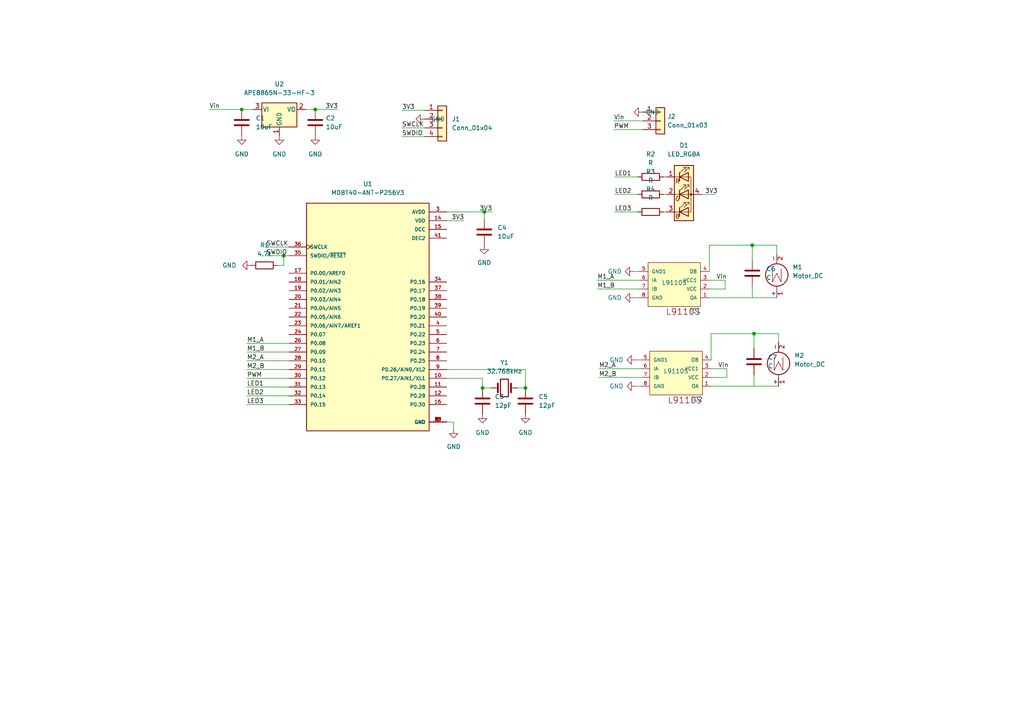
<source format=kicad_sch>
(kicad_sch (version 20211123) (generator eeschema)
  (paper "A4")
  (lib_symbols
    (symbol "Connector_Generic:Conn_01x03" (pin_names (offset 1.016) hide)
      (property "Reference" "J" (at 0 5.08 0))
      (property "Value" "Conn_01x03" (at 0 -5.08 0))
      (symbol "Conn_01x03_1_1"
        (rectangle (start -1.27 -2.413) (end 0 -2.667) (stroke (width 0.1524)))
        (rectangle (start -1.27 0.127) (end 0 -0.127) (stroke (width 0.1524)))
        (rectangle (start -1.27 2.667) (end 0 2.413) (stroke (width 0.1524)))
        (rectangle (start -1.27 3.81) (end 1.27 -3.81) (stroke (width 0.254)) (fill (type background)))
        (pin passive line (at -5.08 2.54 0) (length 3.81) (name "Pin_1") (number "1"))
        (pin passive line (at -5.08 0 0) (length 3.81) (name "Pin_2") (number "2"))
        (pin passive line (at -5.08 -2.54 0) (length 3.81) (name "Pin_3") (number "3"))
      )
    )
    (symbol "Connector_Generic:Conn_01x04" (pin_names (offset 1.016) hide)
      (property "Reference" "J" (at 0 5.08 0))
      (property "Value" "Conn_01x04" (at 0 -7.62 0))
      (symbol "Conn_01x04_1_1"
        (rectangle (start -1.27 -4.953) (end 0 -5.207) (stroke (width 0.1524)))
        (rectangle (start -1.27 -2.413) (end 0 -2.667) (stroke (width 0.1524)))
        (rectangle (start -1.27 0.127) (end 0 -0.127) (stroke (width 0.1524)))
        (rectangle (start -1.27 2.667) (end 0 2.413) (stroke (width 0.1524)))
        (rectangle (start -1.27 3.81) (end 1.27 -6.35) (stroke (width 0.254)) (fill (type background)))
        (pin passive line (at -5.08 2.54 0) (length 3.81) (name "Pin_1") (number "1"))
        (pin passive line (at -5.08 0 0) (length 3.81) (name "Pin_2") (number "2"))
        (pin passive line (at -5.08 -2.54 0) (length 3.81) (name "Pin_3") (number "3"))
        (pin passive line (at -5.08 -5.08 0) (length 3.81) (name "Pin_4") (number "4"))
      )
    )
    (symbol "Device:C" (pin_numbers hide) (pin_names (offset 0.254))
      (property "Reference" "C" (at 0.635 2.54 0))
      (property "Value" "C" (at 0.635 -2.54 0))
      (symbol "C_0_1"
        (polyline (pts (xy -2.032 -0.762) (xy 2.032 -0.762)) (stroke (width 0.508)))
        (polyline (pts (xy -2.032 0.762) (xy 2.032 0.762)) (stroke (width 0.508)))
      )
      (symbol "C_1_1"
        (pin passive line (at 0 3.81 270) (length 2.794) (name "~") (number "1"))
        (pin passive line (at 0 -3.81 90) (length 2.794) (name "~") (number "2"))
      )
    )
    (symbol "Device:Crystal" (pin_numbers hide) (pin_names (offset 1.016) hide)
      (property "Reference" "Y" (at 0 3.81 0))
      (property "Value" "Crystal" (at 0 -3.81 0))
      (symbol "Crystal_0_1"
        (rectangle (start -1.143 2.54) (end 1.143 -2.54) (stroke (width 0.3048)))
        (polyline (pts (xy -2.54 0) (xy -1.905 0)))
        (polyline (pts (xy -1.905 -1.27) (xy -1.905 1.27)) (stroke (width 0.508)))
        (polyline (pts (xy 1.905 -1.27) (xy 1.905 1.27)) (stroke (width 0.508)))
        (polyline (pts (xy 2.54 0) (xy 1.905 0)))
      )
      (symbol "Crystal_1_1"
        (pin passive line (at -3.81 0 0) (length 1.27) (name "1") (number "1"))
        (pin passive line (at 3.81 0 180) (length 1.27) (name "2") (number "2"))
      )
    )
    (symbol "Device:LED_RGBA" (pin_names (offset 0) hide)
      (property "Reference" "D" (at 0 9.398 0))
      (property "Value" "LED_RGBA" (at 0 -8.89 0))
      (symbol "LED_RGBA_0_0"
        (text "B" (at -1.905 -6.35 0) (effects (font (size 1.27 1.27))))
        (text "G" (at -1.905 -1.27 0) (effects (font (size 1.27 1.27))))
        (text "R" (at -1.905 3.81 0) (effects (font (size 1.27 1.27))))
      )
      (symbol "LED_RGBA_0_1"
        (polyline (pts (xy -1.27 -5.08) (xy -2.54 -5.08)))
        (polyline (pts (xy -1.27 -5.08) (xy 1.27 -5.08)))
        (polyline (pts (xy -1.27 -3.81) (xy -1.27 -6.35)) (stroke (width 0.254)))
        (polyline (pts (xy -1.27 0) (xy -2.54 0)))
        (polyline (pts (xy -1.27 1.27) (xy -1.27 -1.27)) (stroke (width 0.254)))
        (polyline (pts (xy -1.27 5.08) (xy -2.54 5.08)))
        (polyline (pts (xy -1.27 5.08) (xy 1.27 5.08)))
        (polyline (pts (xy -1.27 6.35) (xy -1.27 3.81)) (stroke (width 0.254)))
        (polyline (pts (xy 1.27 0) (xy -1.27 0)))
        (polyline (pts (xy 1.27 0) (xy 2.54 0)))
        (polyline (pts (xy -1.27 1.27) (xy -1.27 -1.27) (xy -1.27 -1.27)))
        (polyline (pts (xy -1.27 6.35) (xy -1.27 3.81) (xy -1.27 3.81)))
        (polyline (pts (xy 1.27 -5.08) (xy 2.032 -5.08) (xy 2.032 5.08) (xy 1.27 5.08)))
        (polyline (pts (xy 1.27 -3.81) (xy 1.27 -6.35) (xy -1.27 -5.08) (xy 1.27 -3.81)) (stroke (width 0.254)))
        (polyline (pts (xy 1.27 1.27) (xy 1.27 -1.27) (xy -1.27 0) (xy 1.27 1.27)) (stroke (width 0.254)))
        (polyline (pts (xy 1.27 6.35) (xy 1.27 3.81) (xy -1.27 5.08) (xy 1.27 6.35)) (stroke (width 0.254)))
        (polyline (pts (xy -1.016 -3.81) (xy 0.508 -2.286) (xy -0.254 -2.286) (xy 0.508 -2.286) (xy 0.508 -3.048)))
        (polyline (pts (xy -1.016 1.27) (xy 0.508 2.794) (xy -0.254 2.794) (xy 0.508 2.794) (xy 0.508 2.032)))
        (polyline (pts (xy -1.016 6.35) (xy 0.508 7.874) (xy -0.254 7.874) (xy 0.508 7.874) (xy 0.508 7.112)))
        (polyline (pts (xy 0 -3.81) (xy 1.524 -2.286) (xy 0.762 -2.286) (xy 1.524 -2.286) (xy 1.524 -3.048)))
        (polyline (pts (xy 0 1.27) (xy 1.524 2.794) (xy 0.762 2.794) (xy 1.524 2.794) (xy 1.524 2.032)))
        (polyline (pts (xy 0 6.35) (xy 1.524 7.874) (xy 0.762 7.874) (xy 1.524 7.874) (xy 1.524 7.112)))
        (rectangle (start 1.27 -1.27) (end 1.27 1.27))
        (rectangle (start 1.27 1.27) (end 1.27 1.27))
        (rectangle (start 1.27 3.81) (end 1.27 6.35))
        (rectangle (start 1.27 6.35) (end 1.27 6.35))
        (circle (center 2.032 0) (radius 0.254) (fill (type outline)))
        (rectangle (start 2.794 8.382) (end -2.794 -7.62) (stroke (width 0.254)) (fill (type background)))
      )
      (symbol "LED_RGBA_1_1"
        (pin passive line (at -5.08 5.08 0) (length 2.54) (name "RK") (number "1"))
        (pin passive line (at -5.08 0 0) (length 2.54) (name "GK") (number "2"))
        (pin passive line (at -5.08 -5.08 0) (length 2.54) (name "BK") (number "3"))
        (pin passive line (at 5.08 0 180) (length 2.54) (name "A") (number "4"))
      )
    )
    (symbol "Device:R" (pin_numbers hide) (pin_names (offset 0))
      (property "Reference" "R" (at 2.032 0 90))
      (property "Value" "R" (at 0 0 90))
      (symbol "R_0_1"
        (rectangle (start -1.016 -2.54) (end 1.016 2.54) (stroke (width 0.254)))
      )
      (symbol "R_1_1"
        (pin passive line (at 0 3.81 270) (length 1.27) (name "~") (number "1"))
        (pin passive line (at 0 -3.81 90) (length 1.27) (name "~") (number "2"))
      )
    )
    (symbol "L9110:L9110S" (pin_names (offset 1.016))
      (property "Reference" "IC" (at 0 0 0))
      (property "Value" "L9110S" (at 0 0 0))
      (symbol "L9110S_0_0"
        (rectangle (start -7.62 -5.08) (end 7.62 7.62) (stroke (width 0.1524)) (fill (type background)))
        (text "L9110S" (at -7.62 10.16 0) (effects (font (size 1.778 1.778)) (justify left bottom)))
        (pin output line (at -10.16 5.08 0) (length 2.54) (name "OA") (number "1"))
        (pin power_in line (at -10.16 2.54 0) (length 2.54) (name "VCC") (number "2"))
        (pin power_in line (at -10.16 0 0) (length 2.54) (name "VCC1") (number "3"))
        (pin output line (at -10.16 -2.54 0) (length 2.54) (name "OB") (number "4"))
        (pin power_in line (at 10.16 -2.54 180) (length 2.54) (name "GND1") (number "5"))
        (pin input line (at 10.16 0 180) (length 2.54) (name "IA") (number "6"))
        (pin input line (at 10.16 2.54 180) (length 2.54) (name "IB") (number "7"))
        (pin power_in line (at 10.16 5.08 180) (length 2.54) (name "GND") (number "8"))
      )
    )
    (symbol "MDBT:MDBT40-ANT-P256V3" (pin_names (offset 1.016))
      (property "Reference" "U" (at -17.78 33.8497 0))
      (property "Value" "MDBT40-ANT-P256V3" (at -17.78 -35.6235 0))
      (symbol "MDBT40-ANT-P256V3_0_0"
        (rectangle (start -17.78 -33.02) (end 17.78 33.02) (stroke (width 0.254)) (fill (type background)))
        (pin power_in line (at 22.86 -30.48 180) (length 5.08) (name "GND") (number "1"))
        (pin bidirectional line (at 22.86 -17.78 180) (length 5.08) (name "P0.27/AIN1/XL1") (number "10"))
        (pin bidirectional line (at 22.86 -20.32 180) (length 5.08) (name "P0.28") (number "11"))
        (pin bidirectional line (at 22.86 -22.86 180) (length 5.08) (name "P0.29") (number "12"))
        (pin power_in line (at 22.86 -30.48 180) (length 5.08) (name "GND") (number "13"))
        (pin power_in line (at 22.86 27.94 180) (length 5.08) (name "VDD") (number "14"))
        (pin power_in line (at 22.86 25.4 180) (length 5.08) (name "DCC") (number "15"))
        (pin bidirectional line (at 22.86 -25.4 180) (length 5.08) (name "P0.30") (number "16"))
        (pin bidirectional line (at -22.86 12.7 0) (length 5.08) (name "P0.00/AREF0") (number "17"))
        (pin bidirectional line (at -22.86 10.16 0) (length 5.08) (name "P0.01/AIN2") (number "18"))
        (pin bidirectional line (at -22.86 7.62 0) (length 5.08) (name "P0.02/AIN3") (number "19"))
        (pin power_in line (at 22.86 -30.48 180) (length 5.08) (name "GND") (number "2"))
        (pin bidirectional line (at -22.86 5.08 0) (length 5.08) (name "P0.03/AIN4") (number "20"))
        (pin bidirectional line (at -22.86 2.54 0) (length 5.08) (name "P0.04/AIN5") (number "21"))
        (pin bidirectional line (at -22.86 0 0) (length 5.08) (name "P0.05/AIN6") (number "22"))
        (pin bidirectional line (at -22.86 -2.54 0) (length 5.08) (name "P0.06/AIN7/AREF1") (number "23"))
        (pin bidirectional line (at -22.86 -5.08 0) (length 5.08) (name "P0.07") (number "24"))
        (pin power_in line (at 22.86 -30.48 180) (length 5.08) (name "GND") (number "25"))
        (pin bidirectional line (at -22.86 -7.62 0) (length 5.08) (name "P0.08") (number "26"))
        (pin bidirectional line (at -22.86 -10.16 0) (length 5.08) (name "P0.09") (number "27"))
        (pin bidirectional line (at -22.86 -12.7 0) (length 5.08) (name "P0.10") (number "28"))
        (pin bidirectional line (at -22.86 -15.24 0) (length 5.08) (name "P0.11") (number "29"))
        (pin power_in line (at 22.86 30.48 180) (length 5.08) (name "AVDD") (number "3"))
        (pin bidirectional line (at -22.86 -17.78 0) (length 5.08) (name "P0.12") (number "30"))
        (pin bidirectional line (at -22.86 -20.32 0) (length 5.08) (name "P0.13") (number "31"))
        (pin bidirectional line (at -22.86 -22.86 0) (length 5.08) (name "P0.14") (number "32"))
        (pin bidirectional line (at -22.86 -25.4 0) (length 5.08) (name "P0.15") (number "33"))
        (pin bidirectional line (at 22.86 10.16 180) (length 5.08) (name "P0.16") (number "34"))
        (pin bidirectional line (at -22.86 17.78 0) (length 5.08) (name "SWDIO/~{RESET}") (number "35"))
        (pin input clock (at -22.86 20.32 0) (length 5.08) (name "SWCLK") (number "36"))
        (pin bidirectional line (at 22.86 7.62 180) (length 5.08) (name "P0.17") (number "37"))
        (pin bidirectional line (at 22.86 5.08 180) (length 5.08) (name "P0.18") (number "38"))
        (pin bidirectional line (at 22.86 2.54 180) (length 5.08) (name "P0.19") (number "39"))
        (pin bidirectional line (at 22.86 -2.54 180) (length 5.08) (name "P0.21") (number "4"))
        (pin bidirectional line (at 22.86 0 180) (length 5.08) (name "P0.20") (number "40"))
        (pin power_in line (at 22.86 22.86 180) (length 5.08) (name "DEC2") (number "41"))
        (pin power_in line (at 22.86 -30.48 180) (length 5.08) (name "GND") (number "42"))
        (pin bidirectional line (at 22.86 -5.08 180) (length 5.08) (name "P0.22") (number "5"))
        (pin bidirectional line (at 22.86 -7.62 180) (length 5.08) (name "P0.23") (number "6"))
        (pin bidirectional line (at 22.86 -10.16 180) (length 5.08) (name "P0.24") (number "7"))
        (pin bidirectional line (at 22.86 -12.7 180) (length 5.08) (name "P0.25") (number "8"))
        (pin bidirectional line (at 22.86 -15.24 180) (length 5.08) (name "P0.26/AIN0/XL2") (number "9"))
      )
    )
    (symbol "Motor:Motor_DC" (pin_names (offset 0))
      (property "Reference" "M" (at 2.54 2.54 0))
      (property "Value" "Motor_DC" (at 2.54 -5.08 0))
      (symbol "Motor_DC_0_0"
        (polyline (pts (xy -1.27 -3.302) (xy -1.27 0.508) (xy 0 -2.032) (xy 1.27 0.508) (xy 1.27 -3.302)))
      )
      (symbol "Motor_DC_0_1"
        (circle (center 0 -1.524) (radius 3.2512) (stroke (width 0.254)))
        (polyline (pts (xy 0 -7.62) (xy 0 -7.112)))
        (polyline (pts (xy 0 -4.7752) (xy 0 -5.1816)))
        (polyline (pts (xy 0 1.7272) (xy 0 2.0828)))
        (polyline (pts (xy 0 2.032) (xy 0 2.54)))
      )
      (symbol "Motor_DC_1_1"
        (pin passive line (at 0 5.08 270) (length 2.54) (name "+") (number "1"))
        (pin passive line (at 0 -7.62 90) (length 2.54) (name "-") (number "2"))
      )
    )
    (symbol "Regulator_Linear:APE8865N-33-HF-3" (pin_names (offset 0.254))
      (property "Reference" "U" (at -3.81 3.175 0))
      (property "Value" "APE8865N-33-HF-3" (at 0 3.175 0))
      (symbol "APE8865N-33-HF-3_0_1"
        (rectangle (start -5.08 1.905) (end 5.08 -5.08) (stroke (width 0.254)) (fill (type background)))
      )
      (symbol "APE8865N-33-HF-3_1_1"
        (pin power_in line (at 0 -7.62 90) (length 2.54) (name "GND") (number "1"))
        (pin power_out line (at 7.62 0 180) (length 2.54) (name "VO") (number "2"))
        (pin power_in line (at -7.62 0 0) (length 2.54) (name "VI") (number "3"))
      )
    )
    (symbol "power:GND" (power) (pin_names (offset 0))
      (property "Value" "GND" (at 0 -3.81 0))
      (symbol "GND_0_1"
        (polyline (pts (xy 0 0) (xy 0 -1.27) (xy 1.27 -1.27) (xy 0 -2.54) (xy -1.27 -1.27) (xy 0 -1.27)))
      )
      (symbol "GND_1_1"
        (pin power_in line (at 0 0 270) (length 0) hide (name "GND") (number "1"))
      )
    )
  )
  (junction (at 70.104 31.75))
  (junction (at 152.4 112.522))
  (junction (at 218.694 96.774))
  (junction (at 140.462 61.468))
  (junction (at 82.296 74.168))
  (junction (at 218.186 71.12))
  (junction (at 139.954 112.522))
  (junction (at 91.44 31.75))
  (wire (pts (xy 206.248 106.934) (xy 210.82 106.934)))
  (wire (pts (xy 178.054 35.052) (xy 186.436 35.052)))
  (wire (pts (xy 123.19 39.624) (xy 116.586 39.624)))
  (wire (pts (xy 205.74 83.82) (xy 210.312 83.82)))
  (wire (pts (xy 129.54 107.188) (xy 152.4 107.188)))
  (wire (pts (xy 139.954 112.522) (xy 142.494 112.522)))
  (wire (pts (xy 192.532 56.388) (xy 193.294 56.388)))
  (wire (pts (xy 129.54 61.468) (xy 140.462 61.468)))
  (wire (pts (xy 91.44 31.75) (xy 98.044 31.75)))
  (wire (pts (xy 173.736 109.474) (xy 185.928 109.474)))
  (wire (pts (xy 139.954 109.728) (xy 139.954 112.522)))
  (wire (pts (xy 173.736 106.934) (xy 185.928 106.934)))
  (wire (pts (xy 88.646 31.75) (xy 91.44 31.75)))
  (wire (pts (xy 140.462 63.5) (xy 140.462 61.468)))
  (wire (pts (xy 206.248 104.394) (xy 206.248 96.774)))
  (wire (pts (xy 218.694 96.774) (xy 218.694 101.092)))
  (wire (pts (xy 173.228 83.82) (xy 185.42 83.82)))
  (wire (pts (xy 178.308 61.468) (xy 184.912 61.468)))
  (wire (pts (xy 131.572 122.428) (xy 129.54 122.428)))
  (wire (pts (xy 131.572 124.46) (xy 131.572 122.428)))
  (wire (pts (xy 83.82 71.628) (xy 77.216 71.628)))
  (wire (pts (xy 150.114 112.522) (xy 152.4 112.522)))
  (wire (pts (xy 218.186 71.12) (xy 225.298 71.12)))
  (wire (pts (xy 205.74 81.28) (xy 210.312 81.28)))
  (wire (pts (xy 129.54 64.008) (xy 134.62 64.008)))
  (wire (pts (xy 60.706 31.75) (xy 70.104 31.75)))
  (wire (pts (xy 123.19 37.084) (xy 116.586 37.084)))
  (wire (pts (xy 184.404 104.394) (xy 185.928 104.394)))
  (wire (pts (xy 71.628 99.568) (xy 83.82 99.568)))
  (wire (pts (xy 71.628 112.268) (xy 83.82 112.268)))
  (wire (pts (xy 183.896 78.74) (xy 185.42 78.74)))
  (wire (pts (xy 203.454 56.388) (xy 207.518 56.388)))
  (wire (pts (xy 83.82 74.168) (xy 82.296 74.168)))
  (wire (pts (xy 123.19 32.004) (xy 116.586 32.004)))
  (wire (pts (xy 192.532 51.308) (xy 193.294 51.308)))
  (wire (pts (xy 71.628 109.728) (xy 83.82 109.728)))
  (wire (pts (xy 178.308 51.308) (xy 184.912 51.308)))
  (wire (pts (xy 225.298 71.12) (xy 225.298 73.66)))
  (wire (pts (xy 206.248 96.774) (xy 218.694 96.774)))
  (wire (pts (xy 71.628 102.108) (xy 83.82 102.108)))
  (wire (pts (xy 178.308 56.388) (xy 184.912 56.388)))
  (wire (pts (xy 218.186 71.12) (xy 218.186 75.438)))
  (wire (pts (xy 206.248 112.014) (xy 225.806 112.014)))
  (wire (pts (xy 218.186 83.058) (xy 218.186 86.3681)))
  (wire (pts (xy 192.532 61.468) (xy 193.294 61.468)))
  (wire (pts (xy 71.628 107.188) (xy 83.82 107.188)))
  (wire (pts (xy 140.462 61.468) (xy 142.748 61.468)))
  (wire (pts (xy 205.74 71.12) (xy 218.186 71.12)))
  (wire (pts (xy 205.74 86.36) (xy 225.298 86.36)))
  (wire (pts (xy 71.628 104.648) (xy 83.82 104.648)))
  (wire (pts (xy 210.82 109.474) (xy 210.82 106.934)))
  (wire (pts (xy 218.694 96.774) (xy 225.806 96.774)))
  (wire (pts (xy 184.404 112.014) (xy 185.928 112.014)))
  (wire (pts (xy 82.296 76.962) (xy 82.296 74.168)))
  (wire (pts (xy 71.628 114.808) (xy 83.82 114.808)))
  (wire (pts (xy 210.312 83.82) (xy 210.312 81.28)))
  (wire (pts (xy 129.54 109.728) (xy 139.954 109.728)))
  (wire (pts (xy 80.518 76.962) (xy 82.296 76.962)))
  (wire (pts (xy 225.806 96.774) (xy 225.806 99.314)))
  (wire (pts (xy 205.74 78.74) (xy 205.74 71.12)))
  (wire (pts (xy 183.896 86.36) (xy 185.42 86.36)))
  (wire (pts (xy 218.694 108.712) (xy 218.694 112.0221)))
  (wire (pts (xy 178.054 37.592) (xy 186.436 37.592)))
  (wire (pts (xy 152.4 107.188) (xy 152.4 112.522)))
  (wire (pts (xy 71.628 117.348) (xy 83.82 117.348)))
  (wire (pts (xy 206.248 109.474) (xy 210.82 109.474)))
  (wire (pts (xy 70.104 31.75) (xy 73.406 31.75)))
  (wire (pts (xy 82.296 74.168) (xy 77.216 74.168)))
  (wire (pts (xy 173.228 81.28) (xy 185.42 81.28)))
  (label "Vin" (at 60.706 31.75 0))
  (label "LED2" (at 178.308 56.388 0))
  (label "M2_A" (at 71.628 104.648 0))
  (label "LED1" (at 71.628 112.268 0))
  (label "M1_A" (at 71.628 99.568 0))
  (label "3V3" (at 134.62 64.008 180))
  (label "SWCLK" (at 77.216 71.628 0))
  (label "Vin" (at 207.772 81.28 0))
  (label "3V3" (at 116.586 32.004 0))
  (label "3V3" (at 98.044 31.75 180))
  (label "LED3" (at 71.628 117.348 0))
  (label "Vin" (at 178.054 35.052 0))
  (label "PWM" (at 71.628 109.728 0))
  (label "M2_B" (at 71.628 107.188 0))
  (label "3V3" (at 142.748 61.468 180))
  (label "M1_A" (at 173.228 81.28 0))
  (label "M1_B" (at 71.628 102.108 0))
  (label "LED1" (at 178.308 51.308 0))
  (label "PWM" (at 178.054 37.592 0))
  (label "M2_B" (at 173.736 109.474 0))
  (label "Vin" (at 208.28 106.934 0))
  (label "M2_A" (at 173.736 106.934 0))
  (label "3V3" (at 204.47 56.388 0))
  (label "M1_B" (at 173.228 83.82 0))
  (label "SWDIO" (at 77.216 74.168 0))
  (label "LED3" (at 178.308 61.468 0))
  (label "SWDIO" (at 116.586 39.624 0))
  (label "SWCLK" (at 116.586 37.084 0))
  (label "LED2" (at 71.628 114.808 0))
  (symbol (lib_id "power:GND") (at 81.026 39.37 0) (unit 1)
    (property "Reference" "#PWR03" (effects hide))
    (property "Value" "GND" (at 81.026 44.704 0))
  )
  (symbol (lib_id "power:GND") (at 123.19 34.544 270) (unit 1)
    (property "Reference" "#PWR05" (effects hide))
    (property "Value" "GND" (at 124.968 34.5439 90) (effects (justify left)))
  )
  (symbol (lib_id "Device:R") (at 76.708 76.962 270) (unit 1)
    (property "Reference" "R1" (at 76.708 71.12 90))
    (property "Value" "4.7k" (at 76.708 73.66 90))
    (property "Footprint" "Resistor_SMD:R_0402_1005Metric" (effects hide))
  )
  (symbol (lib_id "power:GND") (at 91.44 39.37 0) (unit 1)
    (property "Reference" "#PWR04" (effects hide))
    (property "Value" "GND" (at 91.44 44.704 0))
  )
  (symbol (lib_id "power:GND") (at 139.954 120.142 0) (unit 1)
    (property "Reference" "#PWR07" (effects hide))
    (property "Value" "GND" (at 139.954 125.476 0))
  )
  (symbol (lib_id "Device:Crystal") (at 146.304 112.522 0) (unit 1)
    (property "Reference" "Y1" (at 146.304 105.156 0))
    (property "Value" "32.768kHz" (at 146.304 107.696 0))
    (property "Footprint" "Crystal:Crystal_SMD_3215-2Pin_3.2x1.5mm" (effects hide))
  )
  (symbol (lib_id "Device:C") (at 218.186 79.248 0) (unit 1)
    (property "Reference" "C6" (at 222.25 77.9779 0) (effects (justify left)))
    (property "Value" "C" (at 222.25 80.5179 0) (effects (justify left)))
    (property "Footprint" "Capacitor_SMD:C_0603_1608Metric" (effects hide))
  )
  (symbol (lib_id "L9110:L9110S") (at 196.088 106.934 180) (unit 1)
    (property "Reference" "IC2" (at 202.184 115.062 0) (effects (justify bottom)))
    (property "Value" "L9110S" (at 196.088 106.934 0) (effects (justify bottom)))
    (property "Footprint" "Package_SO:SOIC-8_3.9x4.9mm_P1.27mm" (effects hide))
  )
  (symbol (lib_id "Device:C") (at 218.694 104.902 0) (unit 1)
    (property "Reference" "C7" (at 222.758 103.6319 0) (effects (justify left)))
    (property "Value" "C" (at 222.758 106.1719 0) (effects (justify left)))
    (property "Footprint" "Capacitor_SMD:C_0603_1608Metric" (effects hide))
  )
  (symbol (lib_id "power:GND") (at 184.404 112.014 270) (unit 1)
    (property "Reference" "#PWR013" (effects hide))
    (property "Value" "GND" (at 180.848 112.0139 90) (effects (justify right)))
  )
  (symbol (lib_id "Connector_Generic:Conn_01x03") (at 191.516 35.052 0) (unit 1)
    (property "Reference" "J2" (at 193.548 33.7819 0) (effects (justify left)))
    (property "Value" "Conn_01x03" (at 193.548 36.3219 0) (effects (justify left)))
    (property "Footprint" "Connector_PinHeader_1.27mm:PinHeader_1x03_P1.27mm_Vertical" (effects hide))
  )
  (symbol (lib_id "Connector_Generic:Conn_01x04") (at 128.27 34.544 0) (unit 1)
    (property "Reference" "J1" (at 131.064 34.5439 0) (effects (justify left)))
    (property "Value" "Conn_01x04" (at 131.064 37.0839 0) (effects (justify left)))
    (property "Footprint" "Connector_PinHeader_1.27mm:PinHeader_1x04_P1.27mm_Vertical" (effects hide))
  )
  (symbol (lib_id "Device:C") (at 139.954 116.332 0) (unit 1)
    (property "Reference" "C3" (at 143.51 115.0619 0) (effects (justify left)))
    (property "Value" "12pF" (at 143.51 117.6019 0) (effects (justify left)))
    (property "Footprint" "Capacitor_SMD:C_0402_1005Metric" (effects hide))
  )
  (symbol (lib_id "power:GND") (at 184.404 104.394 270) (unit 1)
    (property "Reference" "#PWR012" (effects hide))
    (property "Value" "GND" (at 180.848 104.3939 90) (effects (justify right)))
  )
  (symbol (lib_id "power:GND") (at 186.436 32.512 270) (unit 1)
    (property "Reference" "#PWR014" (effects hide))
    (property "Value" "GND" (at 187.198 32.5119 90) (effects (justify left)))
  )
  (symbol (lib_id "Device:C") (at 152.4 116.332 0) (unit 1)
    (property "Reference" "C5" (at 156.21 115.0619 0) (effects (justify left)))
    (property "Value" "12pF" (at 156.21 117.6019 0) (effects (justify left)))
    (property "Footprint" "Capacitor_SMD:C_0402_1005Metric" (effects hide))
  )
  (symbol (lib_id "Device:C") (at 140.462 67.31 0) (unit 1)
    (property "Reference" "C4" (at 144.272 66.0399 0) (effects (justify left)))
    (property "Value" "10uF" (at 144.272 68.5799 0) (effects (justify left)))
    (property "Footprint" "Capacitor_SMD:C_0603_1608Metric" (effects hide))
  )
  (symbol (lib_id "power:GND") (at 183.896 78.74 270) (unit 1)
    (property "Reference" "#PWR010" (effects hide))
    (property "Value" "GND" (at 180.34 78.7399 90) (effects (justify right)))
  )
  (symbol (lib_id "Device:C") (at 70.104 35.56 0) (unit 1)
    (property "Reference" "C1" (at 74.168 34.2899 0) (effects (justify left)))
    (property "Value" "10uF" (at 74.168 36.8299 0) (effects (justify left)))
    (property "Footprint" "Capacitor_SMD:C_0603_1608Metric" (effects hide))
  )
  (symbol (lib_id "Device:R") (at 188.722 56.388 90) (unit 1)
    (property "Reference" "R3" (at 188.722 49.784 90))
    (property "Value" "R" (at 188.722 52.324 90))
    (property "Footprint" "Resistor_SMD:R_0402_1005Metric" (effects hide))
  )
  (symbol (lib_id "Device:LED_RGBA") (at 198.374 56.388 0) (unit 1)
    (property "Reference" "D1" (at 198.374 42.164 0))
    (property "Value" "LED_RGBA" (at 198.374 44.704 0))
    (property "Footprint" "LED_SMD:LED_LiteOn_LTST-C19HE1WT" (effects hide))
    (property "Datasheet" "https://item.szlcsc.com/462584.html" (effects hide))
  )
  (symbol (lib_id "power:GND") (at 140.462 71.12 0) (unit 1)
    (property "Reference" "#PWR08" (effects hide))
    (property "Value" "GND" (at 140.462 76.2 0))
  )
  (symbol (lib_id "L9110:L9110S") (at 195.58 81.28 180) (unit 1)
    (property "Reference" "IC1" (at 201.676 89.408 0) (effects (justify bottom)))
    (property "Value" "L9110S" (at 195.58 81.28 0) (effects (justify bottom)))
    (property "Footprint" "Package_SO:SOIC-8_3.9x4.9mm_P1.27mm" (effects hide))
  )
  (symbol (lib_id "Device:C") (at 91.44 35.56 0) (unit 1)
    (property "Reference" "C2" (at 94.488 34.2899 0) (effects (justify left)))
    (property "Value" "10uF" (at 94.488 36.8299 0) (effects (justify left)))
    (property "Footprint" "Capacitor_SMD:C_0603_1608Metric" (effects hide))
  )
  (symbol (lib_id "Motor:Motor_DC") (at 225.806 106.934 180) (unit 1)
    (property "Reference" "M2" (at 230.378 103.1239 0) (effects (justify right)))
    (property "Value" "Motor_DC" (at 230.378 105.6639 0) (effects (justify right)))
    (property "Footprint" "Connector_PinHeader_1.27mm:PinHeader_1x02_P1.27mm_Vertical" (effects hide))
  )
  (symbol (lib_id "Device:R") (at 188.722 61.468 90) (unit 1)
    (property "Reference" "R4" (at 188.722 54.864 90))
    (property "Value" "R" (at 188.722 57.404 90))
    (property "Footprint" "Resistor_SMD:R_0402_1005Metric" (effects hide))
  )
  (symbol (lib_id "power:GND") (at 183.896 86.36 270) (unit 1)
    (property "Reference" "#PWR011" (effects hide))
    (property "Value" "GND" (at 180.34 86.3599 90) (effects (justify right)))
  )
  (symbol (lib_id "power:GND") (at 72.898 76.962 270) (unit 1)
    (property "Reference" "#PWR02" (effects hide))
    (property "Value" "GND" (at 68.58 76.9619 90) (effects (justify right)))
  )
  (symbol (lib_id "power:GND") (at 131.572 124.46 0) (unit 1)
    (property "Reference" "#PWR06" (effects hide))
    (property "Value" "GND" (at 131.572 129.54 0))
  )
  (symbol (lib_id "Regulator_Linear:APE8865N-33-HF-3") (at 81.026 31.75 0) (unit 1)
    (property "Reference" "U2" (at 81.026 24.384 0))
    (property "Value" "APE8865N-33-HF-3" (at 81.026 26.924 0))
    (property "Footprint" "Package_TO_SOT_SMD:SOT-23" (effects hide))
    (property "Datasheet" "http://www.tme.eu/fr/Document/ced3461ed31ea70a3c416fb648e0cde7/APE8865-3.pdf" (effects hide))
    (property "2rd" "https://item.szlcsc.com/235031.html" (effects hide))
  )
  (symbol (lib_id "MDBT:MDBT40-ANT-P256V3") (at 106.68 91.948 0) (unit 1)
    (property "Reference" "U1" (at 106.68 53.34 0))
    (property "Value" "MDBT40-ANT-P256V3" (at 106.68 55.88 0))
    (property "Footprint" "RF_Module:MODULE_MDBT40-ANT-P256V3" (effects hide))
    (property "Package" "None" (effects hide))
    (property "MF" "Seeed Studio" (effects hide))
    (property "Price" "None" (effects hide))
    (property "MP" "MDBT40-ANT-P256V3" (effects hide))
    (property "Purchase-URL" "https://pricing.snapeda.com/search/part/MDBT40-ANT-P256V3/?ref=eda" (effects hide))
    (property "Availability" "In Stock" (effects hide))
    (property "Description" "Bluetooth v4.0/v4.1 (BLE) SMART SOC" (effects hide))
  )
  (symbol (lib_id "Device:R") (at 188.722 51.308 90) (unit 1)
    (property "Reference" "R2" (at 188.722 44.704 90))
    (property "Value" "R" (at 188.722 47.244 90))
    (property "Footprint" "Resistor_SMD:R_0402_1005Metric" (effects hide))
  )
  (symbol (lib_id "power:GND") (at 152.4 120.142 0) (unit 1)
    (property "Reference" "#PWR09" (effects hide))
    (property "Value" "GND" (at 152.4 125.476 0))
  )
  (symbol (lib_id "Motor:Motor_DC") (at 225.298 81.28 180) (unit 1)
    (property "Reference" "M1" (at 229.87 77.4699 0) (effects (justify right)))
    (property "Value" "Motor_DC" (at 229.87 80.0099 0) (effects (justify right)))
    (property "Footprint" "Connector_PinHeader_1.27mm:PinHeader_1x02_P1.27mm_Vertical" (effects hide))
  )
  (symbol (lib_id "power:GND") (at 70.104 39.37 0) (unit 1)
    (property "Reference" "#PWR01" (effects hide))
    (property "Value" "GND" (at 70.104 44.704 0))
  )
)
</source>
